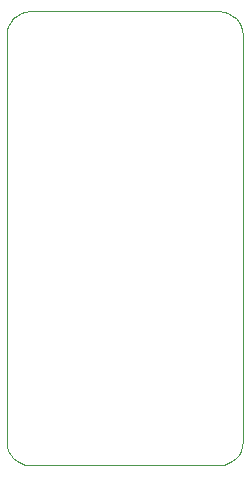
<source format=gm1>
G04 #@! TF.FileFunction,Profile,NP*
%FSLAX46Y46*%
G04 Gerber Fmt 4.6, Leading zero omitted, Abs format (unit mm)*
G04 Created by KiCad (PCBNEW 4.0.6) date 04/01/17 00:44:48*
%MOMM*%
%LPD*%
G01*
G04 APERTURE LIST*
%ADD10C,0.100000*%
G04 APERTURE END LIST*
D10*
X54596200Y-29379300D02*
X54935900Y-29194500D01*
X54055500Y-66553800D02*
X53870700Y-66214100D01*
X53753900Y-65839100D02*
X53713100Y-65436900D01*
X53870700Y-30259700D02*
X54055500Y-29920000D01*
X55310900Y-29077700D02*
X55713100Y-29036900D01*
X55713100Y-29036900D02*
X55713100Y-29036900D01*
X53870700Y-66214100D02*
X53753900Y-65839100D01*
X53713100Y-65436900D02*
X53713100Y-31036900D01*
X53753900Y-30634700D02*
X53870700Y-30259700D01*
X54935900Y-29194500D02*
X55310900Y-29077700D01*
X53713100Y-31036900D02*
X53753900Y-30634700D01*
X54300000Y-29623800D02*
X54596200Y-29379300D01*
X54055500Y-29920000D02*
X54300000Y-29623800D01*
X54596200Y-67094500D02*
X54300000Y-66850000D01*
X54935900Y-67279300D02*
X54596200Y-67094500D01*
X71713100Y-67436900D02*
X55713100Y-67436900D01*
X71713100Y-29036900D02*
X72115300Y-29077700D01*
X73126200Y-29623800D02*
X73370700Y-29920000D01*
X55713100Y-67436900D02*
X55310900Y-67396100D01*
X73555500Y-66214100D02*
X73370700Y-66553800D01*
X72830000Y-67094500D02*
X72490300Y-67279300D01*
X73672300Y-30634700D02*
X73713100Y-31036900D01*
X72115300Y-67396100D02*
X71713100Y-67436900D01*
X72490300Y-67279300D02*
X72115300Y-67396100D01*
X72830000Y-29379300D02*
X73126200Y-29623800D01*
X73370700Y-66553800D02*
X73126200Y-66850000D01*
X73713100Y-31036900D02*
X73713100Y-65436900D01*
X73672300Y-65839100D02*
X73555500Y-66214100D01*
X73713100Y-65436900D02*
X73672300Y-65839100D01*
X73370700Y-29920000D02*
X73555500Y-30259700D01*
X55310900Y-67396100D02*
X54935900Y-67279300D01*
X73126200Y-66850000D02*
X72830000Y-67094500D01*
X73555500Y-30259700D02*
X73672300Y-30634700D01*
X72490300Y-29194500D02*
X72830000Y-29379300D01*
X72115300Y-29077700D02*
X72490300Y-29194500D01*
X55713100Y-29036900D02*
X71713100Y-29036900D01*
X54300000Y-66850000D02*
X54055500Y-66553800D01*
M02*

</source>
